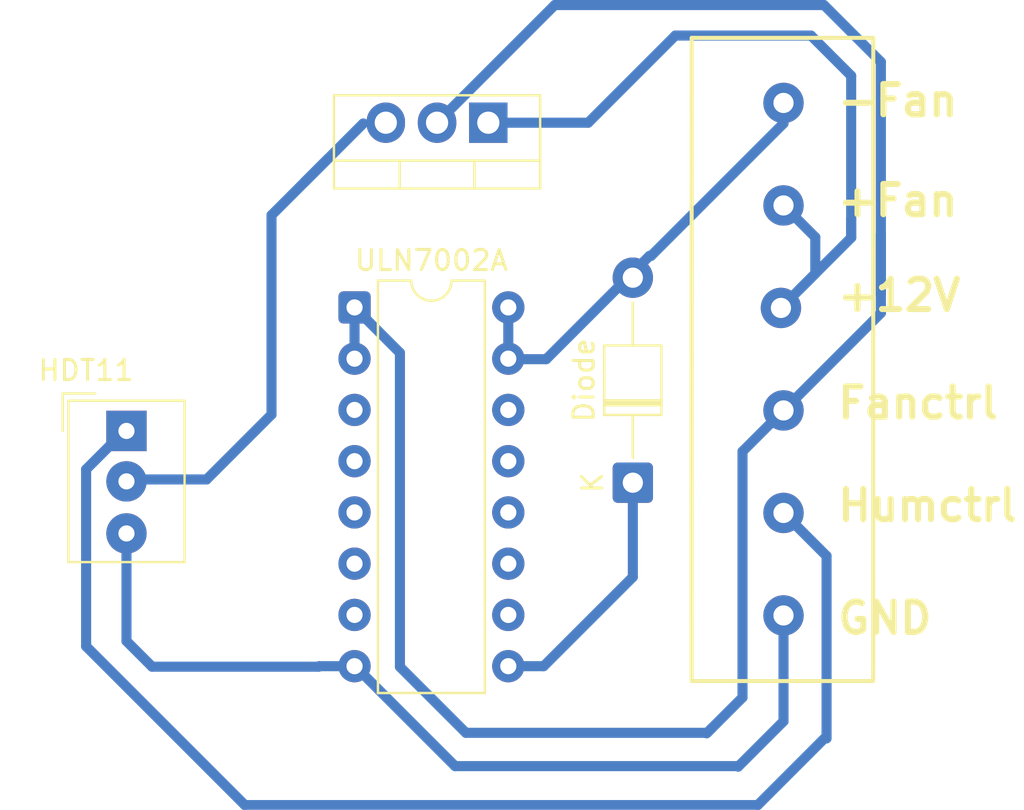
<source format=kicad_pcb>
(kicad_pcb (version 20241229) (generator "pcbnew") (generator_version "9.0")
  (layers (0 "F.Cu" signal) (2 "B.Cu" signal) (13 "F.Paste" user) (15 "B.Paste" user) (5 "F.SilkS" user "F.Silkscreen") (7 "B.SilkS" user "B.Silkscreen") (1 "F.Mask" user) (3 "B.Mask" user) (25 "Edge.Cuts" user))
  (net 0 "")
  (footprint "" (layer "F.Cu") (at 157.4546 86.1568)
    (property "Reference" "" (at 0 0 0) (layer "F.SilkS") (effects (font (size 1.27 1.27))))
    (property "Value" "")
    (pad "3" thru_hole circle (at 0 0) (size 2 2) (drill 1) (layers "*.Cu" "B.Mask"))
  )
  (footprint "Sensor:Aosong_DHT11_5.5x12.0_P2.54mm" (layer "F.Cu") (at 125.0188 89.7128)
    (property "Reference" "HDT11" (at -2 -0.46 0) (layer "F.SilkS"))
    (property "Value" "DHT11 - 3 pins")
    (fp_line (start -3.16 0.6844) (end -1.55 0.6844) (stroke (width 0.12)) (layer "F.SilkS"))
    (fp_line (start -3.16 0.7352) (end -3.16 2.54) (stroke (width 0.12)) (layer "F.SilkS"))
    (fp_line (start -2.88 1.04) (end 2.88 1.04) (stroke (width 0.12)) (layer "F.SilkS"))
    (fp_line (start -2.88 9.04) (end -2.88 1.04) (stroke (width 0.12)) (layer "F.SilkS"))
    (fp_line (start 2.88 1.04) (end 2.88 9.04) (stroke (width 0.12)) (layer "F.SilkS"))
    (fp_line (start 2.88 9.04) (end -2.88 9.04) (stroke (width 0.12)) (layer "F.SilkS"))
    (pad "1" thru_hole rect (at 0 2.54) (size 2 2) (drill 0.8) (layers "*.Cu" "B.Mask"))
    (pad "2" thru_hole circle (at 0 5.04) (size 2 2) (drill 0.8) (layers "*.Cu" "B.Mask"))
    (pad "3" thru_hole circle (at 0 7.62) (size 2 2) (drill 0.8) (layers "*.Cu" "B.Mask"))
  )
  (footprint "" (layer "F.Cu") (at 157.5816 101.3968)
    (property "Reference" "" (at 0 0 0) (layer "F.SilkS") (effects (font (size 1.27 1.27))))
    (property "Value" "")
    (pad "6" thru_hole circle (at 0 0) (size 2 2) (drill 1) (layers "*.Cu" "B.Mask"))
  )
  (footprint "" (layer "F.Cu") (at 157.5816 75.9968)
    (property "Reference" "" (at 0 0 0) (layer "F.SilkS") (effects (font (size 1.27 1.27))))
    (property "Value" "")
    (pad "1" thru_hole circle (at 0 0) (size 2 2) (drill 1) (layers "*.Cu" "B.Mask"))
  )
  (footprint "Package_DIP:DIP-16_W7.62mm" (layer "F.Cu") (at 136.3218 86.1314)
    (property "Reference" "ULN7002A" (at 3.81 -2.33 0) (layer "F.SilkS"))
    (property "Value" "DIP-16_W7.62mm")
    (fp_line (start 1.16 -1.33) (end 1.16 19.11) (stroke (width 0.12)) (layer "F.SilkS"))
    (fp_line (start 1.16 19.11) (end 6.46 19.11) (stroke (width 0.12)) (layer "F.SilkS"))
    (fp_line (start 2.81 -1.33) (end 1.16 -1.33) (stroke (width 0.12)) (layer "F.SilkS"))
    (fp_line (start 6.46 -1.33) (end 4.81 -1.33) (stroke (width 0.12)) (layer "F.SilkS"))
    (fp_line (start 6.46 19.11) (end 6.46 -1.33) (stroke (width 0.12)) (layer "F.SilkS"))
    (fp_arc (start 4.81 -1.33) (mid 3.81 -0.33) (end 2.81 -1.33) (stroke (width 0.12)) (layer "F.SilkS"))
    (pad "1" thru_hole roundrect (at 0 0) (size 1.6 1.6) (drill 0.8) (layers "*.Cu" "*.Mask") (roundrect_rratio 0.15625))
    (pad "2" thru_hole circle (at 0 2.54) (size 1.6 1.6) (drill 0.8) (layers "*.Cu" "*.Mask"))
    (pad "3" thru_hole circle (at 0 5.08) (size 1.6 1.6) (drill 0.8) (layers "*.Cu" "*.Mask"))
    (pad "4" thru_hole circle (at 0 7.62) (size 1.6 1.6) (drill 0.8) (layers "*.Cu" "*.Mask"))
    (pad "5" thru_hole circle (at 0 10.16) (size 1.6 1.6) (drill 0.8) (layers "*.Cu" "*.Mask"))
    (pad "6" thru_hole circle (at 0 12.7) (size 1.6 1.6) (drill 0.8) (layers "*.Cu" "*.Mask"))
    (pad "7" thru_hole circle (at 0 15.24) (size 1.6 1.6) (drill 0.8) (layers "*.Cu" "*.Mask"))
    (pad "8" thru_hole circle (at 0 17.78) (size 1.6 1.6) (drill 0.8) (layers "*.Cu" "*.Mask"))
    (pad "9" thru_hole circle (at 7.62 17.78) (size 1.6 1.6) (drill 0.8) (layers "*.Cu" "*.Mask"))
    (pad "10" thru_hole circle (at 7.62 15.24) (size 1.6 1.6) (drill 0.8) (layers "*.Cu" "*.Mask"))
    (pad "11" thru_hole circle (at 7.62 12.7) (size 1.6 1.6) (drill 0.8) (layers "*.Cu" "*.Mask"))
    (pad "12" thru_hole circle (at 7.62 10.16) (size 1.6 1.6) (drill 0.8) (layers "*.Cu" "*.Mask"))
    (pad "13" thru_hole circle (at 7.62 7.62) (size 1.6 1.6) (drill 0.8) (layers "*.Cu" "*.Mask"))
    (pad "14" thru_hole circle (at 7.62 5.08) (size 1.6 1.6) (drill 0.8) (layers "*.Cu" "*.Mask"))
    (pad "15" thru_hole circle (at 7.62 2.54) (size 1.6 1.6) (drill 0.8) (layers "*.Cu" "*.Mask"))
    (pad "16" thru_hole circle (at 7.62 0) (size 1.6 1.6) (drill 0.8) (layers "*.Cu" "*.Mask"))
  )
  (footprint "Diode_THT:D_T-1_P10.16mm_Horizontal" (layer "F.Cu") (at 150.114 94.8182 90)
    (property "Reference" "Diode" (at 5.08 -2.42 90) (layer "F.SilkS"))
    (property "Value" "D_T-1_P10.16mm_Horizontal")
    (fp_line (start 4.08 -1.42) (end 4.08 1.42) (stroke (width 0.12)) (layer "F.SilkS"))
    (fp_line (start 3.96 -1.42) (end 3.96 1.42) (stroke (width 0.12)) (layer "F.SilkS"))
    (fp_line (start 3.84 -1.42) (end 3.84 1.42) (stroke (width 0.12)) (layer "F.SilkS"))
    (fp_line (start 8.92 0) (end 6.8 0) (stroke (width 0.12)) (layer "F.SilkS"))
    (fp_line (start 1.24 0) (end 3.36 0) (stroke (width 0.12)) (layer "F.SilkS"))
    (fp_rect (start 3.36 -1.42) (end 6.8 1.42) (stroke (width 0.12)) (fill no) (layer "F.SilkS"))
    (fp_text user "K" (at 0 -2 90) (layer "F.SilkS"))
    (pad "1" thru_hole roundrect (at 0 0 90) (size 2 2) (drill 1) (layers "*.Cu" "B.Mask") (roundrect_rratio 0.125))
    (pad "2" thru_hole circle (at 10.16 0 90) (size 2 2) (drill 1) (layers "*.Cu" "B.Mask"))
  )
  (footprint "" (layer "F.Cu") (at 157.5816 91.2368)
    (property "Reference" "" (at 0 0 0) (layer "F.SilkS") (effects (font (size 1.27 1.27))))
    (property "Value" "")
    (pad "4" thru_hole circle (at 0 0) (size 2 2) (drill 1) (layers "*.Cu" "B.Mask"))
  )
  (footprint "" (layer "F.Cu") (at 157.5816 96.3168)
    (property "Reference" "" (at 0 0 0) (layer "F.SilkS") (effects (font (size 1.27 1.27))))
    (property "Value" "")
    (pad "5" thru_hole circle (at 0 0) (size 2 2) (drill 1) (layers "*.Cu" "B.Mask"))
  )
  (footprint "" (layer "F.Cu") (at 157.5816 81.0768)
    (property "Reference" "" (at 0 0 0) (layer "F.SilkS") (effects (font (size 1.27 1.27))))
    (property "Value" "")
    (pad "2" thru_hole circle (at 0 0) (size 2 2) (drill 1) (layers "*.Cu" "B.Mask"))
  )
  (footprint "Package_TO_SOT_THT:TO-220-3_Vertical" (layer "F.Cu") (at 142.9512 76.9772 180)
    (property "Reference" "L7805C" (hide yes))
    (property "Value" "TO-220-3_Vertical")
    (fp_line (start 7.65 1.36) (end -2.57 1.36) (stroke (width 0.12)) (layer "F.SilkS"))
    (fp_line (start 7.65 -3.26) (end 7.65 1.36) (stroke (width 0.12)) (layer "F.SilkS"))
    (fp_line (start 4.39 -3.26) (end 4.39 -1.88) (stroke (width 0.12)) (layer "F.SilkS"))
    (fp_line (start 0.69 -3.26) (end 0.69 -1.88) (stroke (width 0.12)) (layer "F.SilkS"))
    (fp_line (start -2.57 1.36) (end -2.57 -3.26) (stroke (width 0.12)) (layer "F.SilkS"))
    (fp_line (start -2.57 -1.88) (end 7.65 -1.88) (stroke (width 0.12)) (layer "F.SilkS"))
    (fp_line (start -2.57 -3.26) (end 7.65 -3.26) (stroke (width 0.12)) (layer "F.SilkS"))
    (pad "1" thru_hole rect (at 0 0 180) (size 1.905 2) (drill 1.1) (layers "*.Cu" "B.Mask"))
    (pad "2" thru_hole oval (at 2.54 0 180) (size 1.905 2) (drill 1.1) (layers "*.Cu" "B.Mask"))
    (pad "3" thru_hole oval (at 5.08 0 180) (size 1.905 2) (drill 1.1) (layers "*.Cu" "B.Mask"))
  )
  (gr_line (start 162.0266 104.648) (end 162.0308 72.771) (stroke (width 0.2)) (layer "F.SilkS"))
  (gr_line (start 153.0308 72.771) (end 153.0266 104.648) (stroke (width 0.2)) (layer "F.SilkS"))
  (gr_line (start 162.0308 72.771) (end 153.0308 72.771) (stroke (width 0.2)) (layer "F.SilkS"))
  (gr_line (start 153.0266 104.648) (end 162.0266 104.648) (stroke (width 0.2)) (layer "F.SilkS"))
  (gr_text "+Fan" (at 160.1216 81.7118 0) (layer "F.SilkS") (effects (font (size 1.5 1.5) (thickness 0.3) (bold yes)) (justify left bottom)))
  (gr_text "Humctrl" (at 160.1216 96.8248 0) (layer "F.SilkS") (effects (font (size 1.5 1.5) (thickness 0.3) (bold yes)) (justify left bottom)))
  (gr_text "-Fan" (at 160.1216 76.7588 0) (layer "F.SilkS") (effects (font (size 1.5 1.5) (thickness 0.3) (bold yes)) (justify left bottom)))
  (gr_text "Fanctrl" (at 160.1216 91.7448 0) (layer "F.SilkS") (effects (font (size 1.5 1.5) (thickness 0.3) (bold yes)) (justify left bottom)))
  (gr_text "+12V" (at 160.1216 86.4108 0) (layer "F.SilkS") (effects (font (size 1.5 1.5) (thickness 0.3) (bold yes)) (justify left bottom)))
  (gr_text "GND" (at 160.1216 102.4128 0) (layer "F.SilkS") (effects (font (size 1.5 1.5) (thickness 0.3) (bold yes)) (justify left bottom)))
  (segment (start 132.207 81.5594) (end 133.8707 79.8957) (width 0.5) (layer "B.Cu") (net 0))
  (segment (start 134.5464 103.9368) (end 134.5718 103.9114) (width 0.5) (layer "B.Cu") (net 0))
  (segment (start 132.207 91.44) (end 132.207 81.5594) (width 0.5) (layer "B.Cu") (net 0))
  (segment (start 125.0188 94.7528) (end 125.1148 94.6568) (width 0.5) (layer "B.Cu") (net 0))
  (segment (start 155.3082 108.8644) (end 155.3336 108.8898) (width 0.5) (layer "B.Cu") (net 0))
  (segment (start 145.8216 88.6968) (end 143.9672 88.6968) (width 0.5) (layer "B.Cu") (net 0))
  (segment (start 155.5496 93.2688) (end 155.5496 105.4608) (width 0.5) (layer "B.Cu") (net 0))
  (segment (start 157.5816 75.9968) (end 157.5816 77.0128) (width 0.5) (layer "B.Cu") (net 0))
  (segment (start 133.8707 79.8957) (end 136.7536 77.0128) (width 0.5) (layer "B.Cu") (net 0))
  (segment (start 138.5718 88.3814) (end 136.3218 86.1314) (width 0.5) (layer "B.Cu") (net 0))
  (segment (start 150.9416 83.5768) (end 145.8216 88.6968) (width 0.5) (layer "B.Cu") (net 0))
  (segment (start 160.9344 74.649601) (end 158.9416 72.6568) (width 0.5) (layer "B.Cu") (net 0))
  (segment (start 143.9418 86.1314) (end 143.9418 88.6714) (width 0.5) (layer "B.Cu") (net 0))
  (segment (start 128.9902 94.6568) (end 132.207 91.44) (width 0.5) (layer "B.Cu") (net 0))
  (segment (start 133.8707 79.8957) (end 135.0264 78.74) (width 0.5) (layer "B.Cu") (net 0))
  (segment (start 136.3518 103.9114) (end 141.3048 108.8644) (width 0.5) (layer "B.Cu") (net 0))
  (segment (start 157.5816 96.3168) (end 159.7152 98.4504) (width 0.5) (layer "B.Cu") (net 0))
  (segment (start 157.5816 91.2368) (end 162.4076 86.4108) (width 0.5) (layer "B.Cu") (net 0))
  (segment (start 153.797 107.2134) (end 154.0383 106.9721) (width 0.5) (layer "B.Cu") (net 0))
  (segment (start 140.4458 76.6632) (end 140.7252 76.6632) (width 0.5) (layer "B.Cu") (net 0))
  (segment (start 150.114 94.8182) (end 150.114 99.4918) (width 0.5) (layer "B.Cu") (net 0))
  (segment (start 159.66817 107.43023) (end 156.3036 110.7948) (width 0.5) (layer "B.Cu") (net 0))
  (segment (start 125.1148 94.6568) (end 128.9902 94.6568) (width 0.5) (layer "B.Cu") (net 0))
  (segment (start 155.3336 108.8898) (end 157.5816 106.6418) (width 0.5) (layer "B.Cu") (net 0))
  (segment (start 158.9416 72.6568) (end 152.4508 72.6568) (width 0.5) (layer "B.Cu") (net 0))
  (segment (start 156.3036 110.7948) (end 130.8862 110.7948) (width 0.5) (layer "B.Cu") (net 0))
  (segment (start 155.5496 105.4608) (end 154.0383 106.9721) (width 0.5) (layer "B.Cu") (net 0))
  (segment (start 162.4076 73.9648) (end 162.4076 85.5218) (width 0.5) (layer "B.Cu") (net 0))
  (segment (start 152.2222 72.6568) (end 147.9018 76.9772) (width 0.5) (layer "B.Cu") (net 0))
  (segment (start 136.3218 86.1314) (end 136.3218 88.6714) (width 0.5) (layer "B.Cu") (net 0))
  (segment (start 145.6944 103.9114) (end 143.9418 103.9114) (width 0.5) (layer "B.Cu") (net 0))
  (segment (start 138.5718 103.9444) (end 138.5718 88.3814) (width 0.5) (layer "B.Cu") (net 0))
  (segment (start 151.0176 83.5768) (end 150.9416 83.5768) (width 0.5) (layer "B.Cu") (net 0))
  (segment (start 159.1564 82.6516) (end 159.1564 84.455) (width 0.5) (layer "B.Cu") (net 0))
  (segment (start 160.9344 82.677) (end 160.9344 74.649601) (width 0.5) (layer "B.Cu") (net 0))
  (segment (start 157.5816 77.0128) (end 151.0176 83.5768) (width 0.5) (layer "B.Cu") (net 0))
  (segment (start 154.0383 106.9721) (end 153.7716 107.2388) (width 0.5) (layer "B.Cu") (net 0))
  (segment (start 123.0188 94.1568) (end 125.0188 92.1568) (width 0.5) (layer "B.Cu") (net 0))
  (segment (start 143.9418 88.6714) (end 143.9818 88.6314) (width 0.5) (layer "B.Cu") (net 0))
  (segment (start 125.0188 97.3328) (end 125.0188 102.6668) (width 0.5) (layer "B.Cu") (net 0))
  (segment (start 126.2888 103.9368) (end 134.5464 103.9368) (width 0.5) (layer "B.Cu") (net 0))
  (segment (start 143.9672 88.6968) (end 143.9418 88.6714) (width 0.5) (layer "B.Cu") (net 0))
  (segment (start 162.4076 86.4108) (end 162.4076 82.4992) (width 0.5) (layer "B.Cu") (net 0))
  (segment (start 152.4508 72.6568) (end 152.2222 72.6568) (width 0.5) (layer "B.Cu") (net 0))
  (segment (start 123.0188 102.9274) (end 123.0188 94.1568) (width 0.5) (layer "B.Cu") (net 0))
  (segment (start 157.5816 106.6418) (end 157.5816 101.3968) (width 0.5) (layer "B.Cu") (net 0))
  (segment (start 146.243 71.1454) (end 159.5882 71.1454) (width 0.5) (layer "B.Cu") (net 0))
  (segment (start 130.8862 110.7948) (end 123.0188 102.9274) (width 0.5) (layer "B.Cu") (net 0))
  (segment (start 157.4546 86.1568) (end 160.9344 82.677) (width 0.5) (layer "B.Cu") (net 0))
  (segment (start 136.3218 103.9114) (end 136.5718 104.1614) (width 0.5) (layer "B.Cu") (net 0))
  (segment (start 125.0188 102.6668) (end 126.2888 103.9368) (width 0.5) (layer "B.Cu") (net 0))
  (segment (start 160.9344 82.677) (end 160.9344 81.7372) (width 0.5) (layer "B.Cu") (net 0))
  (segment (start 150.114 99.4918) (end 145.6944 103.9114) (width 0.5) (layer "B.Cu") (net 0))
  (segment (start 141.8408 107.2134) (end 138.5718 103.9444) (width 0.5) (layer "B.Cu") (net 0))
  (segment (start 159.1564 84.455) (end 158.3817 85.2297) (width 0.5) (layer "B.Cu") (net 0))
  (segment (start 141.3048 108.8644) (end 155.3082 108.8644) (width 0.5) (layer "B.Cu") (net 0))
  (segment (start 140.7252 76.6632) (end 146.243 71.1454) (width 0.5) (layer "B.Cu") (net 0))
  (segment (start 159.5882 71.1454) (end 162.4076 73.9648) (width 0.5) (layer "B.Cu") (net 0))
  (segment (start 143.9418 103.9114) (end 144.1618 104.1314) (width 0.2) (layer "B.Cu") (net 0))
  (segment (start 157.5816 81.0768) (end 159.1564 82.6516) (width 0.5) (layer "B.Cu") (net 0))
  (segment (start 147.9018 76.9772) (end 142.9512 76.9772) (width 0.5) (layer "B.Cu") (net 0))
  (segment (start 157.5816 91.2368) (end 155.5496 93.2688) (width 0.5) (layer "B.Cu") (net 0))
  (segment (start 134.5718 103.9114) (end 136.3218 103.9114) (width 0.5) (layer "B.Cu") (net 0))
  (segment (start 141.8408 107.2134) (end 153.797 107.2134) (width 0.5) (layer "B.Cu") (net 0))
  (segment (start 159.7152 98.4504) (end 159.7152 107.4928) (width 0.5) (layer "B.Cu") (net 0))
  (segment (start 136.3218 103.9114) (end 136.3518 103.9114) (width 0.5) (layer "B.Cu") (net 0))
)
</source>
